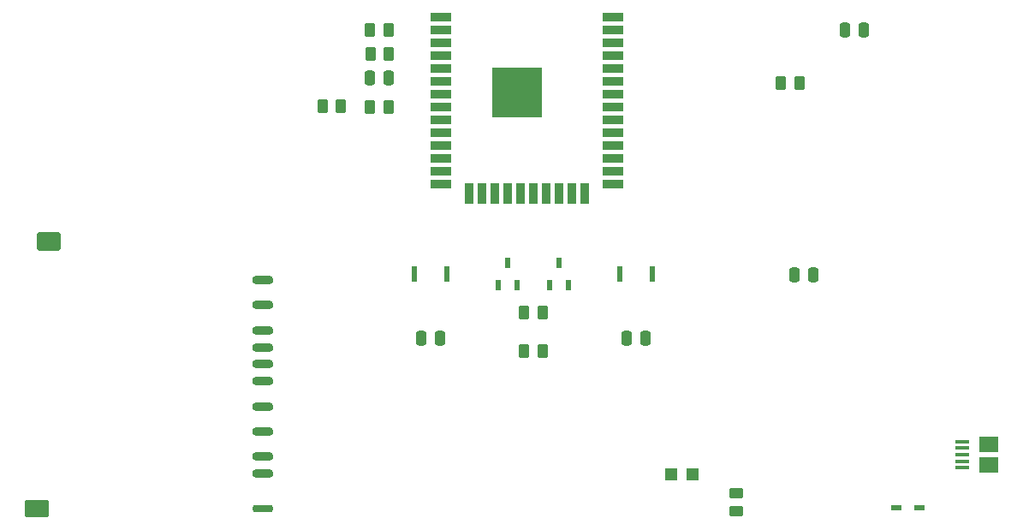
<source format=gbr>
%TF.GenerationSoftware,KiCad,Pcbnew,(6.0.2)*%
%TF.CreationDate,2022-03-10T00:26:05-05:00*%
%TF.ProjectId,tower,746f7765-722e-46b6-9963-61645f706362,rev?*%
%TF.SameCoordinates,Original*%
%TF.FileFunction,Paste,Top*%
%TF.FilePolarity,Positive*%
%FSLAX46Y46*%
G04 Gerber Fmt 4.6, Leading zero omitted, Abs format (unit mm)*
G04 Created by KiCad (PCBNEW (6.0.2)) date 2022-03-10 00:26:05*
%MOMM*%
%LPD*%
G01*
G04 APERTURE LIST*
G04 Aperture macros list*
%AMRoundRect*
0 Rectangle with rounded corners*
0 $1 Rounding radius*
0 $2 $3 $4 $5 $6 $7 $8 $9 X,Y pos of 4 corners*
0 Add a 4 corners polygon primitive as box body*
4,1,4,$2,$3,$4,$5,$6,$7,$8,$9,$2,$3,0*
0 Add four circle primitives for the rounded corners*
1,1,$1+$1,$2,$3*
1,1,$1+$1,$4,$5*
1,1,$1+$1,$6,$7*
1,1,$1+$1,$8,$9*
0 Add four rect primitives between the rounded corners*
20,1,$1+$1,$2,$3,$4,$5,0*
20,1,$1+$1,$4,$5,$6,$7,0*
20,1,$1+$1,$6,$7,$8,$9,0*
20,1,$1+$1,$8,$9,$2,$3,0*%
G04 Aperture macros list end*
%ADD10RoundRect,0.250000X-0.250000X-0.475000X0.250000X-0.475000X0.250000X0.475000X-0.250000X0.475000X0*%
%ADD11RoundRect,0.250000X0.250000X0.475000X-0.250000X0.475000X-0.250000X-0.475000X0.250000X-0.475000X0*%
%ADD12R,1.350000X0.400000*%
%ADD13R,1.900000X1.500000*%
%ADD14R,0.600000X1.100000*%
%ADD15RoundRect,0.250000X-0.262500X-0.450000X0.262500X-0.450000X0.262500X0.450000X-0.262500X0.450000X0*%
%ADD16RoundRect,0.250000X0.262500X0.450000X-0.262500X0.450000X-0.262500X-0.450000X0.262500X-0.450000X0*%
%ADD17R,0.550000X1.500000*%
%ADD18RoundRect,0.250400X-0.749600X0.149600X-0.749600X-0.149600X0.749600X-0.149600X0.749600X0.149600X0*%
%ADD19RoundRect,0.249900X-0.750100X0.100100X-0.750100X-0.100100X0.750100X-0.100100X0.750100X0.100100X0*%
%ADD20RoundRect,0.249900X-0.950100X0.600100X-0.950100X-0.600100X0.950100X-0.600100X0.950100X0.600100X0*%
%ADD21RoundRect,0.250200X-0.949800X0.649800X-0.949800X-0.649800X0.949800X-0.649800X0.949800X0.649800X0*%
%ADD22R,1.075000X0.500000*%
%ADD23R,2.000000X0.900000*%
%ADD24R,0.900000X2.000000*%
%ADD25R,5.000000X5.000000*%
%ADD26R,1.200000X1.200000*%
%ADD27RoundRect,0.250000X0.450000X-0.262500X0.450000X0.262500X-0.450000X0.262500X-0.450000X-0.262500X0*%
G04 APERTURE END LIST*
D10*
%TO.C,C1*%
X164150000Y-88900000D03*
X166050000Y-88900000D03*
%TD*%
D11*
%TO.C,C2*%
X145730000Y-88900000D03*
X143830000Y-88900000D03*
%TD*%
D10*
%TO.C,C6*%
X185740000Y-58420000D03*
X187640000Y-58420000D03*
%TD*%
%TO.C,C7*%
X180720000Y-82640000D03*
X182620000Y-82640000D03*
%TD*%
D12*
%TO.C,J1*%
X197297500Y-101720000D03*
X197297500Y-101070000D03*
X197297500Y-100420000D03*
X197297500Y-99770000D03*
X197297500Y-99120000D03*
D13*
X199997500Y-101420000D03*
X199997500Y-99420000D03*
%TD*%
D14*
%TO.C,Q1*%
X151450000Y-83650000D03*
X153350000Y-83650000D03*
X152400000Y-81450000D03*
%TD*%
%TO.C,Q2*%
X156530000Y-83650000D03*
X158430000Y-83650000D03*
X157480000Y-81450000D03*
%TD*%
D15*
%TO.C,R1*%
X179417500Y-63660000D03*
X181242500Y-63660000D03*
%TD*%
D16*
%TO.C,R2*%
X155852500Y-90170000D03*
X154027500Y-90170000D03*
%TD*%
D15*
%TO.C,R3*%
X154027500Y-86360000D03*
X155852500Y-86360000D03*
%TD*%
D16*
%TO.C,R4*%
X140612500Y-66040000D03*
X138787500Y-66040000D03*
%TD*%
D15*
%TO.C,R5*%
X138787500Y-58420000D03*
X140612500Y-58420000D03*
%TD*%
D17*
%TO.C,SW1*%
X166725000Y-82550000D03*
X163475000Y-82550000D03*
%TD*%
%TO.C,SW2*%
X143155000Y-82550000D03*
X146405000Y-82550000D03*
%TD*%
D18*
%TO.C,J4*%
X128180000Y-85650000D03*
X128180000Y-88150000D03*
X128180000Y-91450000D03*
X128180000Y-93150000D03*
X128180000Y-95650000D03*
X128180000Y-98150000D03*
X128180000Y-100580000D03*
X128180000Y-102280000D03*
X128180000Y-83150000D03*
X128180000Y-89850000D03*
D19*
X128180000Y-105770000D03*
D20*
X105780000Y-105780000D03*
D21*
X106980000Y-79330000D03*
%TD*%
D22*
%TO.C,D1*%
X190778000Y-105670000D03*
X193102000Y-105670000D03*
%TD*%
D11*
%TO.C,C3*%
X140650000Y-63210000D03*
X138750000Y-63210000D03*
%TD*%
D23*
%TO.C,IC1*%
X145800000Y-57125000D03*
X145800000Y-58395000D03*
X145800000Y-59665000D03*
X145800000Y-60935000D03*
X145800000Y-62205000D03*
X145800000Y-63475000D03*
X145800000Y-64745000D03*
X145800000Y-66015000D03*
X145800000Y-67285000D03*
X145800000Y-68555000D03*
X145800000Y-69825000D03*
X145800000Y-71095000D03*
X145800000Y-72365000D03*
X145800000Y-73635000D03*
D24*
X148585000Y-74635000D03*
X149855000Y-74635000D03*
X151125000Y-74635000D03*
X152395000Y-74635000D03*
X153665000Y-74635000D03*
X154935000Y-74635000D03*
X156205000Y-74635000D03*
X157475000Y-74635000D03*
X158745000Y-74635000D03*
X160015000Y-74635000D03*
D23*
X162800000Y-73635000D03*
X162800000Y-72365000D03*
X162800000Y-71095000D03*
X162800000Y-69825000D03*
X162800000Y-68555000D03*
X162800000Y-67285000D03*
X162800000Y-66015000D03*
X162800000Y-64745000D03*
X162800000Y-63475000D03*
X162800000Y-62205000D03*
X162800000Y-60935000D03*
X162800000Y-59665000D03*
X162800000Y-58395000D03*
X162800000Y-57125000D03*
D25*
X153300000Y-64625000D03*
%TD*%
D26*
%TO.C,D2*%
X168590000Y-102400000D03*
X170690000Y-102400000D03*
%TD*%
D27*
%TO.C,R6*%
X174960000Y-106052500D03*
X174960000Y-104227500D03*
%TD*%
D15*
%TO.C,R7*%
X134057500Y-65990000D03*
X135882500Y-65990000D03*
%TD*%
D16*
%TO.C,R8*%
X140642500Y-60820000D03*
X138817500Y-60820000D03*
%TD*%
M02*

</source>
